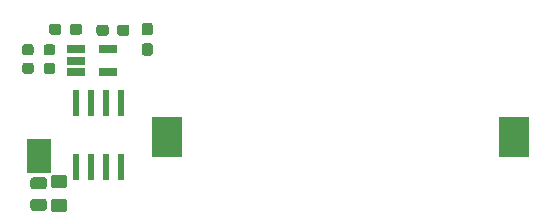
<source format=gbr>
%TF.GenerationSoftware,KiCad,Pcbnew,(5.1.6)-1*%
%TF.CreationDate,2020-11-12T12:57:51-08:00*%
%TF.ProjectId,frontendfullv2,66726f6e-7465-46e6-9466-756c6c76322e,rev?*%
%TF.SameCoordinates,Original*%
%TF.FileFunction,Paste,Bot*%
%TF.FilePolarity,Positive*%
%FSLAX46Y46*%
G04 Gerber Fmt 4.6, Leading zero omitted, Abs format (unit mm)*
G04 Created by KiCad (PCBNEW (5.1.6)-1) date 2020-11-12 12:57:51*
%MOMM*%
%LPD*%
G01*
G04 APERTURE LIST*
%ADD10R,1.560000X0.650000*%
%ADD11R,0.600000X2.200000*%
%ADD12R,2.000000X3.000000*%
%ADD13R,2.540000X3.510000*%
G04 APERTURE END LIST*
%TO.C,C3*%
G36*
G01*
X70365199Y-129075600D02*
X71265201Y-129075600D01*
G75*
G02*
X71515200Y-129325599I0J-249999D01*
G01*
X71515200Y-129975601D01*
G75*
G02*
X71265201Y-130225600I-249999J0D01*
G01*
X70365199Y-130225600D01*
G75*
G02*
X70115200Y-129975601I0J249999D01*
G01*
X70115200Y-129325599D01*
G75*
G02*
X70365199Y-129075600I249999J0D01*
G01*
G37*
G36*
G01*
X70365199Y-127025600D02*
X71265201Y-127025600D01*
G75*
G02*
X71515200Y-127275599I0J-249999D01*
G01*
X71515200Y-127925601D01*
G75*
G02*
X71265201Y-128175600I-249999J0D01*
G01*
X70365199Y-128175600D01*
G75*
G02*
X70115200Y-127925601I0J249999D01*
G01*
X70115200Y-127275599D01*
G75*
G02*
X70365199Y-127025600I249999J0D01*
G01*
G37*
%TD*%
%TO.C,C13*%
G36*
G01*
X75023200Y-114570500D02*
X75023200Y-115045500D01*
G75*
G02*
X74785700Y-115283000I-237500J0D01*
G01*
X74210700Y-115283000D01*
G75*
G02*
X73973200Y-115045500I0J237500D01*
G01*
X73973200Y-114570500D01*
G75*
G02*
X74210700Y-114333000I237500J0D01*
G01*
X74785700Y-114333000D01*
G75*
G02*
X75023200Y-114570500I0J-237500D01*
G01*
G37*
G36*
G01*
X76773200Y-114570500D02*
X76773200Y-115045500D01*
G75*
G02*
X76535700Y-115283000I-237500J0D01*
G01*
X75960700Y-115283000D01*
G75*
G02*
X75723200Y-115045500I0J237500D01*
G01*
X75723200Y-114570500D01*
G75*
G02*
X75960700Y-114333000I237500J0D01*
G01*
X76535700Y-114333000D01*
G75*
G02*
X76773200Y-114570500I0J-237500D01*
G01*
G37*
%TD*%
%TO.C,C12*%
G36*
G01*
X71012600Y-114494300D02*
X71012600Y-114969300D01*
G75*
G02*
X70775100Y-115206800I-237500J0D01*
G01*
X70200100Y-115206800D01*
G75*
G02*
X69962600Y-114969300I0J237500D01*
G01*
X69962600Y-114494300D01*
G75*
G02*
X70200100Y-114256800I237500J0D01*
G01*
X70775100Y-114256800D01*
G75*
G02*
X71012600Y-114494300I0J-237500D01*
G01*
G37*
G36*
G01*
X72762600Y-114494300D02*
X72762600Y-114969300D01*
G75*
G02*
X72525100Y-115206800I-237500J0D01*
G01*
X71950100Y-115206800D01*
G75*
G02*
X71712600Y-114969300I0J237500D01*
G01*
X71712600Y-114494300D01*
G75*
G02*
X71950100Y-114256800I237500J0D01*
G01*
X72525100Y-114256800D01*
G75*
G02*
X72762600Y-114494300I0J-237500D01*
G01*
G37*
%TD*%
D10*
%TO.C,U7*%
X74959200Y-118323400D03*
X74959200Y-116423400D03*
X72259200Y-116423400D03*
X72259200Y-117373400D03*
X72259200Y-118323400D03*
%TD*%
%TO.C,R1*%
G36*
G01*
X68663000Y-117796300D02*
X68663000Y-118271300D01*
G75*
G02*
X68425500Y-118508800I-237500J0D01*
G01*
X67925500Y-118508800D01*
G75*
G02*
X67688000Y-118271300I0J237500D01*
G01*
X67688000Y-117796300D01*
G75*
G02*
X67925500Y-117558800I237500J0D01*
G01*
X68425500Y-117558800D01*
G75*
G02*
X68663000Y-117796300I0J-237500D01*
G01*
G37*
G36*
G01*
X70488000Y-117796300D02*
X70488000Y-118271300D01*
G75*
G02*
X70250500Y-118508800I-237500J0D01*
G01*
X69750500Y-118508800D01*
G75*
G02*
X69513000Y-118271300I0J237500D01*
G01*
X69513000Y-117796300D01*
G75*
G02*
X69750500Y-117558800I237500J0D01*
G01*
X70250500Y-117558800D01*
G75*
G02*
X70488000Y-117796300I0J-237500D01*
G01*
G37*
%TD*%
%TO.C,R2*%
G36*
G01*
X69513000Y-116696500D02*
X69513000Y-116221500D01*
G75*
G02*
X69750500Y-115984000I237500J0D01*
G01*
X70250500Y-115984000D01*
G75*
G02*
X70488000Y-116221500I0J-237500D01*
G01*
X70488000Y-116696500D01*
G75*
G02*
X70250500Y-116934000I-237500J0D01*
G01*
X69750500Y-116934000D01*
G75*
G02*
X69513000Y-116696500I0J237500D01*
G01*
G37*
G36*
G01*
X67688000Y-116696500D02*
X67688000Y-116221500D01*
G75*
G02*
X67925500Y-115984000I237500J0D01*
G01*
X68425500Y-115984000D01*
G75*
G02*
X68663000Y-116221500I0J-237500D01*
G01*
X68663000Y-116696500D01*
G75*
G02*
X68425500Y-116934000I-237500J0D01*
G01*
X67925500Y-116934000D01*
G75*
G02*
X67688000Y-116696500I0J237500D01*
G01*
G37*
%TD*%
%TO.C,R3*%
G36*
G01*
X69538001Y-128274500D02*
X68637999Y-128274500D01*
G75*
G02*
X68388000Y-128024501I0J249999D01*
G01*
X68388000Y-127499499D01*
G75*
G02*
X68637999Y-127249500I249999J0D01*
G01*
X69538001Y-127249500D01*
G75*
G02*
X69788000Y-127499499I0J-249999D01*
G01*
X69788000Y-128024501D01*
G75*
G02*
X69538001Y-128274500I-249999J0D01*
G01*
G37*
G36*
G01*
X69538001Y-130099500D02*
X68637999Y-130099500D01*
G75*
G02*
X68388000Y-129849501I0J249999D01*
G01*
X68388000Y-129324499D01*
G75*
G02*
X68637999Y-129074500I249999J0D01*
G01*
X69538001Y-129074500D01*
G75*
G02*
X69788000Y-129324499I0J-249999D01*
G01*
X69788000Y-129849501D01*
G75*
G02*
X69538001Y-130099500I-249999J0D01*
G01*
G37*
%TD*%
D11*
%TO.C,U1*%
X76073000Y-120998000D03*
X76073000Y-126398000D03*
X74803000Y-120998000D03*
X74803000Y-126398000D03*
X73533000Y-120998000D03*
X73533000Y-126398000D03*
X72263000Y-120998000D03*
X72263000Y-126398000D03*
%TD*%
D12*
%TO.C,J1*%
X69088000Y-125476000D03*
%TD*%
%TO.C,C2*%
G36*
G01*
X78045300Y-115896100D02*
X78520300Y-115896100D01*
G75*
G02*
X78757800Y-116133600I0J-237500D01*
G01*
X78757800Y-116733600D01*
G75*
G02*
X78520300Y-116971100I-237500J0D01*
G01*
X78045300Y-116971100D01*
G75*
G02*
X77807800Y-116733600I0J237500D01*
G01*
X77807800Y-116133600D01*
G75*
G02*
X78045300Y-115896100I237500J0D01*
G01*
G37*
G36*
G01*
X78045300Y-114171100D02*
X78520300Y-114171100D01*
G75*
G02*
X78757800Y-114408600I0J-237500D01*
G01*
X78757800Y-115008600D01*
G75*
G02*
X78520300Y-115246100I-237500J0D01*
G01*
X78045300Y-115246100D01*
G75*
G02*
X77807800Y-115008600I0J237500D01*
G01*
X77807800Y-114408600D01*
G75*
G02*
X78045300Y-114171100I237500J0D01*
G01*
G37*
%TD*%
D13*
%TO.C,BT1*%
X79935000Y-123825000D03*
X109295000Y-123825000D03*
%TD*%
M02*

</source>
